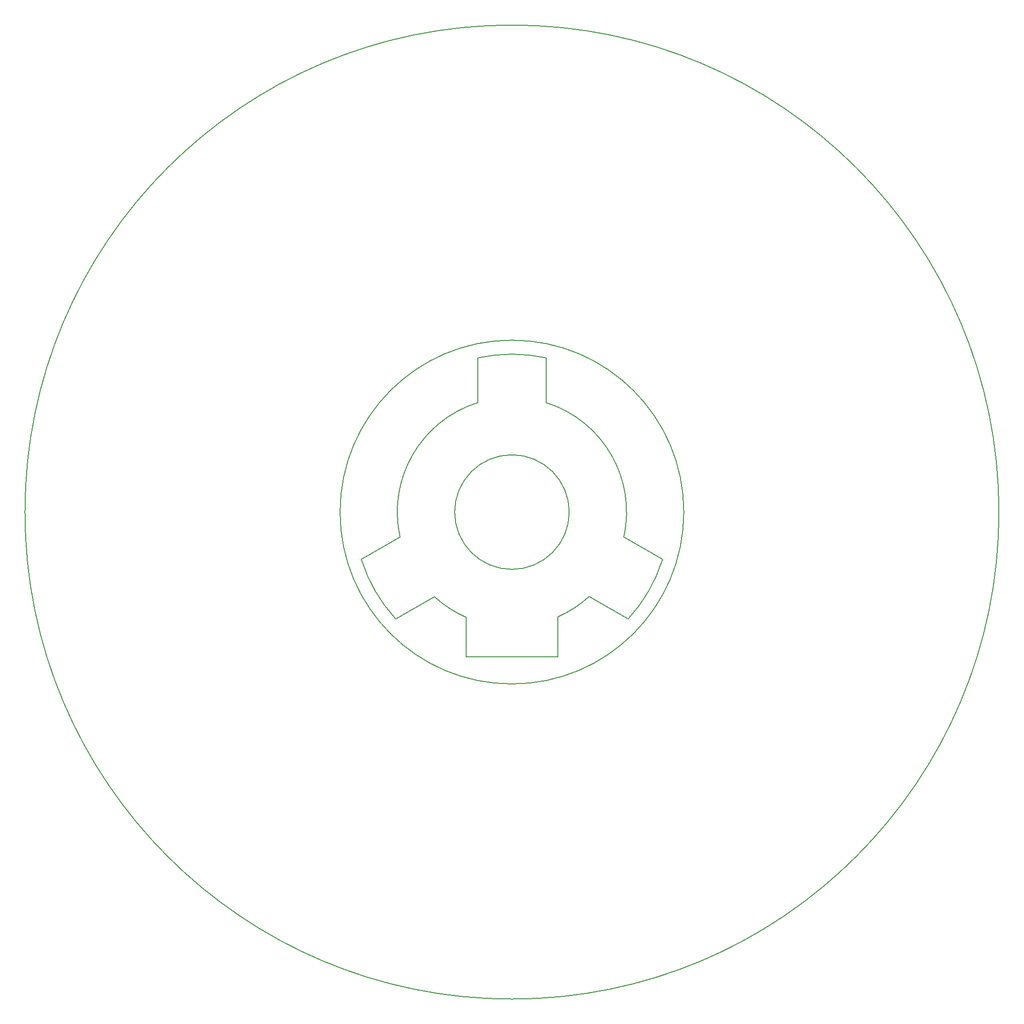
<source format=gbr>
G04 #@! TF.GenerationSoftware,KiCad,Pcbnew,(5.0.1-3-g963ef8bb5)*
G04 #@! TF.CreationDate,2019-08-14T18:08:12+02:00*
G04 #@! TF.ProjectId,crecol_led_pcb_v20,637265636F6C5F6C65645F7063625F76,rev?*
G04 #@! TF.SameCoordinates,Original*
G04 #@! TF.FileFunction,Profile,NP*
%FSLAX46Y46*%
G04 Gerber Fmt 4.6, Leading zero omitted, Abs format (unit mm)*
G04 Created by KiCad (PCBNEW (5.0.1-3-g963ef8bb5)) date 2019 August 14, Wednesday 18:08:12*
%MOMM*%
%LPD*%
G01*
G04 APERTURE LIST*
%ADD10C,0.150000*%
%ADD11C,0.200000*%
G04 APERTURE END LIST*
D10*
X91975970Y-118354969D02*
G75*
G02X86500001Y-114799999I8024030J18354969D01*
G01*
X113513715Y-114706102D02*
G75*
G02X107999999Y-118299999I-13513715J14706102D01*
G01*
X92000000Y-125300000D02*
X108000000Y-125300000D01*
X92000000Y-118340000D02*
X92000000Y-125300000D01*
X108000000Y-118300000D02*
X108000000Y-125300000D01*
X80463771Y-104321932D02*
G75*
G02X94002211Y-80911525I19536229J4321932D01*
G01*
X126289187Y-108275787D02*
G75*
G02X120296083Y-118646152I-26289187J8275787D01*
G01*
X79688365Y-118629210D02*
G75*
G02X73703917Y-108253848I20311635J18629210D01*
G01*
X120296083Y-118646152D02*
X113532425Y-114741152D01*
X73703917Y-108253848D02*
X80467575Y-104348848D01*
X126296083Y-108253848D02*
X119532425Y-104348848D01*
X79703917Y-118646152D02*
X86467575Y-114741152D01*
X106025212Y-80920163D02*
G75*
G02X119529999Y-104350000I-6025212J-19079837D01*
G01*
X94022448Y-73095003D02*
G75*
G02X106000000Y-73100000I5977552J-26904997D01*
G01*
X94000000Y-73100000D02*
X94000000Y-80910000D01*
X106000000Y-73100000D02*
X106000000Y-80910000D01*
D11*
X110000000Y-100000000D02*
G75*
G03X110000000Y-100000000I-10000000J0D01*
G01*
D10*
X130000000Y-100000000D02*
G75*
G03X130000000Y-100000000I-30000000J0D01*
G01*
D11*
X185000000Y-100000000D02*
G75*
G03X185000000Y-100000000I-85000000J0D01*
G01*
M02*

</source>
